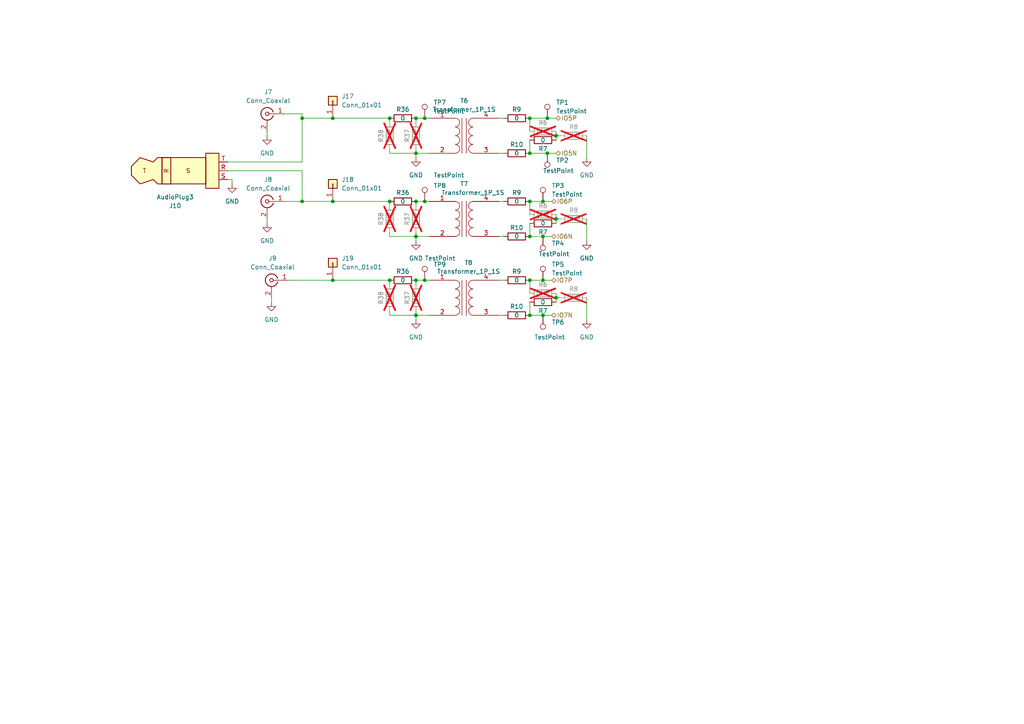
<source format=kicad_sch>
(kicad_sch (version 20230121) (generator eeschema)
  (paper "A4")
  (lib_symbols
    (symbol "Connector:Conn_Coaxial" (pin_names (offset 1.016) hide)
      (property "Reference" "J" (at 0.254 3.048 0))
      (property "Value" "Conn_Coaxial" (at 2.921 0 90))
      (symbol "Conn_Coaxial_0_1"
        (arc (start -1.778 -0.508) (mid 0.2311 -1.8066) (end 1.778 0) (stroke (width 0.254)))
        (polyline (pts (xy -2.54 0) (xy -0.508 0)))
        (polyline (pts (xy 0 -2.54) (xy 0 -1.778)))
        (circle (center 0 0) (radius 0.508) (stroke (width 0.2032)))
        (arc (start 1.778 0) (mid 0.2099 1.8101) (end -1.778 0.508) (stroke (width 0.254)))
      )
      (symbol "Conn_Coaxial_1_1"
        (pin passive line (at -5.08 0 0) (length 2.54) (name "In") (number "1"))
        (pin passive line (at 0 -5.08 90) (length 2.54) (name "Ext") (number "2"))
      )
    )
    (symbol "Connector:TestPoint" (pin_numbers hide) (pin_names (offset 0.762) hide)
      (property "Reference" "TP" (at 0 6.858 0))
      (property "Value" "TestPoint" (at 0 5.08 0))
      (symbol "TestPoint_0_1"
        (circle (center 0 3.302) (radius 0.762))
      )
      (symbol "TestPoint_1_1"
        (pin passive line (at 0 0 90) (length 2.54) (name "1") (number "1"))
      )
    )
    (symbol "Connector_Audio:AudioPlug3"
      (property "Reference" "J" (at 1.27 6.35 0))
      (property "Value" "AudioPlug3" (at 1.27 -6.35 0))
      (symbol "AudioPlug3_0_0"
        (text "R" (at -2.54 0 900) (effects (font (size 1.27 1.27))))
      )
      (symbol "AudioPlug3_0_1"
        (rectangle (start -3.81 3.81) (end -1.27 -3.81) (stroke (width 0.254)))
        (rectangle (start -1.27 -1.27) (end -1.27 -1.27))
      )
      (symbol "AudioPlug3_1_0"
        (text "S" (at 3.81 0 0) (effects (font (size 1.27 1.27))))
        (text "T" (at -8.89 0 0) (effects (font (size 1.27 1.27))))
      )
      (symbol "AudioPlug3_1_1"
        (rectangle (start -3.81 3.81) (end 8.89 -3.81) (stroke (width 0.254)) (fill (type background)))
        (polyline (pts (xy -3.81 3.81) (xy -5.08 3.81) (xy -6.35 2.54) (xy -10.16 3.81) (xy -12.7 1.27) (xy -12.7 -1.27) (xy -10.16 -3.81) (xy -6.35 -2.54) (xy -5.08 -3.81) (xy -3.81 -3.81) (xy -3.81 3.81)) (stroke (width 0.254)) (fill (type background)))
        (rectangle (start 12.7 5.08) (end 8.89 -5.08) (stroke (width 0.254)) (fill (type background)))
        (pin passive line (at 15.24 0 180) (length 2.54) (name "~") (number "R"))
        (pin passive line (at 15.24 2.54 180) (length 2.54) (name "~") (number "S"))
        (pin passive line (at 15.24 -2.54 180) (length 2.54) (name "~") (number "T"))
      )
    )
    (symbol "Connector_Generic:Conn_01x01" (pin_names (offset 1.016) hide)
      (property "Reference" "J" (at 0 2.54 0))
      (property "Value" "Conn_01x01" (at 0 -2.54 0))
      (symbol "Conn_01x01_1_1"
        (rectangle (start -1.27 0.127) (end 0 -0.127) (stroke (width 0.1524)))
        (rectangle (start -1.27 1.27) (end 1.27 -1.27) (stroke (width 0.254)) (fill (type background)))
        (pin passive line (at -5.08 0 0) (length 3.81) (name "Pin_1") (number "1"))
      )
    )
    (symbol "Device:R" (pin_numbers hide) (pin_names (offset 0))
      (property "Reference" "R" (at 2.032 0 90))
      (property "Value" "R" (at 0 0 90))
      (symbol "R_0_1"
        (rectangle (start -1.016 -2.54) (end 1.016 2.54) (stroke (width 0.254)))
      )
      (symbol "R_1_1"
        (pin passive line (at 0 3.81 270) (length 1.27) (name "~") (number "1"))
        (pin passive line (at 0 -3.81 90) (length 1.27) (name "~") (number "2"))
      )
    )
    (symbol "Device:Transformer_1P_1S" (pin_names (offset 1.016) hide)
      (property "Reference" "T" (at 0 6.35 0))
      (property "Value" "Transformer_1P_1S" (at 0 -7.62 0))
      (symbol "Transformer_1P_1S_0_1"
        (arc (start -2.54 -5.0546) (mid -1.6599 -4.6901) (end -1.27 -3.81))
        (arc (start -2.54 -2.5146) (mid -1.6599 -2.1501) (end -1.27 -1.27))
        (arc (start -2.54 0.0254) (mid -1.6599 0.3899) (end -1.27 1.27))
        (arc (start -2.54 2.5654) (mid -1.6599 2.9299) (end -1.27 3.81))
        (arc (start -1.27 -3.81) (mid -1.642 -2.912) (end -2.54 -2.54))
        (arc (start -1.27 -1.27) (mid -1.642 -0.372) (end -2.54 0))
        (arc (start -1.27 1.27) (mid -1.642 2.168) (end -2.54 2.54))
        (arc (start -1.27 3.81) (mid -1.642 4.708) (end -2.54 5.08))
        (polyline (pts (xy -0.635 5.08) (xy -0.635 -5.08)))
        (polyline (pts (xy 0.635 -5.08) (xy 0.635 5.08)))
        (arc (start 1.2954 -1.27) (mid 1.6599 -2.1501) (end 2.54 -2.5146))
        (arc (start 1.2954 1.27) (mid 1.6599 0.3899) (end 2.54 0.0254))
        (arc (start 1.2954 3.81) (mid 1.6599 2.9299) (end 2.54 2.5654))
        (arc (start 1.3208 -3.81) (mid 1.6853 -4.6901) (end 2.5654 -5.0546))
        (arc (start 2.54 0) (mid 1.642 -0.372) (end 1.2954 -1.27))
        (arc (start 2.54 2.54) (mid 1.642 2.168) (end 1.2954 1.27))
        (arc (start 2.54 5.08) (mid 1.642 4.708) (end 1.2954 3.81))
        (arc (start 2.5654 -2.54) (mid 1.6674 -2.912) (end 1.3208 -3.81))
      )
      (symbol "Transformer_1P_1S_1_1"
        (pin passive line (at -10.16 5.08 0) (length 7.62) (name "AA") (number "1"))
        (pin passive line (at -10.16 -5.08 0) (length 7.62) (name "AB") (number "2"))
        (pin passive line (at 10.16 -5.08 180) (length 7.62) (name "SA") (number "3"))
        (pin passive line (at 10.16 5.08 180) (length 7.62) (name "SB") (number "4"))
      )
    )
    (symbol "power:GND" (power) (pin_names (offset 0))
      (property "Value" "GND" (at 0 -3.81 0))
      (symbol "GND_0_1"
        (polyline (pts (xy 0 0) (xy 0 -1.27) (xy 1.27 -1.27) (xy 0 -2.54) (xy -1.27 -1.27) (xy 0 -1.27)))
      )
      (symbol "GND_1_1"
        (pin power_in line (at 0 0 270) (length 0) hide (name "GND") (number "1"))
      )
    )
  )
  (junction (at 96.52 58.42))
  (junction (at 161.29 86.36))
  (junction (at 153.67 91.44))
  (junction (at 157.48 58.42))
  (junction (at 158.75 34.29))
  (junction (at 87.63 34.29))
  (junction (at 161.29 63.5))
  (junction (at 123.19 34.29))
  (junction (at 153.67 58.42))
  (junction (at 96.52 81.28))
  (junction (at 120.65 91.44))
  (junction (at 120.65 81.28))
  (junction (at 113.03 34.29))
  (junction (at 123.19 58.42))
  (junction (at 120.65 68.58))
  (junction (at 153.67 34.29))
  (junction (at 123.19 81.28))
  (junction (at 161.29 39.37))
  (junction (at 153.67 68.58))
  (junction (at 157.48 81.28))
  (junction (at 153.67 81.28))
  (junction (at 157.48 68.58))
  (junction (at 120.65 44.45))
  (junction (at 96.52 34.29))
  (junction (at 120.65 58.42))
  (junction (at 113.03 58.42))
  (junction (at 120.65 34.29))
  (junction (at 157.48 91.44))
  (junction (at 87.63 58.42))
  (junction (at 153.67 44.45))
  (junction (at 113.03 81.28))
  (junction (at 158.75 44.45))
  (wire (pts (xy 120.65 68.58) (xy 124.46 68.58)))
  (wire (pts (xy 82.55 58.42) (xy 87.63 58.42)))
  (wire (pts (xy 120.65 91.44) (xy 124.46 91.44)))
  (wire (pts (xy 87.63 46.99) (xy 87.63 34.29)))
  (wire (pts (xy 144.78 58.42) (xy 146.05 58.42)))
  (wire (pts (xy 87.63 33.02) (xy 82.55 33.02)))
  (wire (pts (xy 161.29 85.09) (xy 161.29 86.36)))
  (wire (pts (xy 77.47 64.77) (xy 77.47 63.5)))
  (wire (pts (xy 123.19 58.42) (xy 124.46 58.42)))
  (wire (pts (xy 120.65 34.29) (xy 123.19 34.29)))
  (wire (pts (xy 153.67 44.45) (xy 158.75 44.45)))
  (wire (pts (xy 153.67 44.45) (xy 153.67 40.64)))
  (wire (pts (xy 153.67 81.28) (xy 157.48 81.28)))
  (wire (pts (xy 96.52 58.42) (xy 113.03 58.42)))
  (wire (pts (xy 144.78 44.45) (xy 146.05 44.45)))
  (wire (pts (xy 87.63 49.53) (xy 87.63 58.42)))
  (wire (pts (xy 83.82 81.28) (xy 96.52 81.28)))
  (wire (pts (xy 158.75 34.29) (xy 161.29 34.29)))
  (wire (pts (xy 153.67 34.29) (xy 153.67 38.1)))
  (wire (pts (xy 153.67 34.29) (xy 158.75 34.29)))
  (wire (pts (xy 120.65 58.42) (xy 123.19 58.42)))
  (wire (pts (xy 161.29 63.5) (xy 161.29 64.77)))
  (wire (pts (xy 123.19 34.29) (xy 124.46 34.29)))
  (wire (pts (xy 161.29 86.36) (xy 162.56 86.36)))
  (wire (pts (xy 153.67 58.42) (xy 153.67 62.23)))
  (wire (pts (xy 120.65 67.31) (xy 120.65 68.58)))
  (wire (pts (xy 170.18 63.5) (xy 170.18 69.85)))
  (wire (pts (xy 123.19 81.28) (xy 124.46 81.28)))
  (wire (pts (xy 161.29 62.23) (xy 161.29 63.5)))
  (wire (pts (xy 153.67 91.44) (xy 153.67 87.63)))
  (wire (pts (xy 153.67 91.44) (xy 157.48 91.44)))
  (wire (pts (xy 144.78 68.58) (xy 146.05 68.58)))
  (wire (pts (xy 161.29 39.37) (xy 162.56 39.37)))
  (wire (pts (xy 153.67 68.58) (xy 157.48 68.58)))
  (wire (pts (xy 157.48 91.44) (xy 160.02 91.44)))
  (wire (pts (xy 158.75 44.45) (xy 161.29 44.45)))
  (wire (pts (xy 120.65 69.85) (xy 120.65 68.58)))
  (wire (pts (xy 120.65 44.45) (xy 124.46 44.45)))
  (wire (pts (xy 153.67 58.42) (xy 157.48 58.42)))
  (wire (pts (xy 87.63 34.29) (xy 96.52 34.29)))
  (wire (pts (xy 78.74 87.63) (xy 78.74 86.36)))
  (wire (pts (xy 170.18 39.37) (xy 170.18 45.72)))
  (wire (pts (xy 113.03 58.42) (xy 113.03 59.69)))
  (wire (pts (xy 77.47 39.37) (xy 77.47 38.1)))
  (wire (pts (xy 153.67 68.58) (xy 153.67 64.77)))
  (wire (pts (xy 144.78 81.28) (xy 146.05 81.28)))
  (wire (pts (xy 120.65 34.29) (xy 120.65 35.56)))
  (wire (pts (xy 157.48 68.58) (xy 160.02 68.58)))
  (wire (pts (xy 113.03 81.28) (xy 113.03 82.55)))
  (wire (pts (xy 113.03 44.45) (xy 120.65 44.45)))
  (wire (pts (xy 113.03 34.29) (xy 113.03 35.56)))
  (wire (pts (xy 157.48 81.28) (xy 160.02 81.28)))
  (wire (pts (xy 113.03 68.58) (xy 120.65 68.58)))
  (wire (pts (xy 66.04 49.53) (xy 87.63 49.53)))
  (wire (pts (xy 96.52 34.29) (xy 113.03 34.29)))
  (wire (pts (xy 170.18 86.36) (xy 170.18 92.71)))
  (wire (pts (xy 161.29 63.5) (xy 162.56 63.5)))
  (wire (pts (xy 120.65 90.17) (xy 120.65 91.44)))
  (wire (pts (xy 153.67 81.28) (xy 153.67 85.09)))
  (wire (pts (xy 120.65 45.72) (xy 120.65 44.45)))
  (wire (pts (xy 120.65 92.71) (xy 120.65 91.44)))
  (wire (pts (xy 144.78 91.44) (xy 146.05 91.44)))
  (wire (pts (xy 113.03 43.18) (xy 113.03 44.45)))
  (wire (pts (xy 120.65 81.28) (xy 123.19 81.28)))
  (wire (pts (xy 161.29 38.1) (xy 161.29 39.37)))
  (wire (pts (xy 66.04 46.99) (xy 87.63 46.99)))
  (wire (pts (xy 120.65 58.42) (xy 120.65 59.69)))
  (wire (pts (xy 144.78 34.29) (xy 146.05 34.29)))
  (wire (pts (xy 120.65 43.18) (xy 120.65 44.45)))
  (wire (pts (xy 161.29 39.37) (xy 161.29 40.64)))
  (wire (pts (xy 113.03 91.44) (xy 120.65 91.44)))
  (wire (pts (xy 66.04 52.07) (xy 67.31 52.07)))
  (wire (pts (xy 96.52 81.28) (xy 113.03 81.28)))
  (wire (pts (xy 113.03 67.31) (xy 113.03 68.58)))
  (wire (pts (xy 67.31 53.34) (xy 67.31 52.07)))
  (wire (pts (xy 87.63 58.42) (xy 96.52 58.42)))
  (wire (pts (xy 161.29 86.36) (xy 161.29 87.63)))
  (wire (pts (xy 120.65 81.28) (xy 120.65 82.55)))
  (wire (pts (xy 157.48 58.42) (xy 160.02 58.42)))
  (wire (pts (xy 87.63 34.29) (xy 87.63 33.02)))
  (wire (pts (xy 113.03 90.17) (xy 113.03 91.44)))
  (hierarchical_label "IO5P" (shape bidirectional) (at 161.29 34.29 0))
  (hierarchical_label "IO6P" (shape bidirectional) (at 160.02 58.42 0))
  (hierarchical_label "IO6N" (shape bidirectional) (at 160.02 68.58 0))
  (hierarchical_label "IO5N" (shape bidirectional) (at 161.29 44.45 0))
  (hierarchical_label "IO7N" (shape bidirectional) (at 160.02 91.44 0))
  (hierarchical_label "IO7P" (shape bidirectional) (at 160.02 81.28 0))
  (symbol (lib_id "Connector:TestPoint") (at 157.48 81.28 0) (unit 1)
    (property "Reference" "TP5" (at 160.02 76.708 0) (effects (justify left)))
    (property "Value" "TestPoint" (at 160.02 79.248 0) (effects (justify left)))
    (property "Footprint" "TestPoint:TestPoint_Pad_D1.0mm" (effects hide))
  )
  (symbol (lib_id "Connector:TestPoint") (at 157.48 58.42 0) (unit 1)
    (property "Reference" "TP3" (at 160.02 53.848 0) (effects (justify left)))
    (property "Value" "TestPoint" (at 160.02 56.388 0) (effects (justify left)))
    (property "Footprint" "TestPoint:TestPoint_Pad_D1.0mm" (effects hide))
  )
  (symbol (lib_id "Connector_Generic:Conn_01x01") (at 96.52 53.34 90) (unit 1)
    (property "Reference" "J18" (at 99.06 52.07 90) (effects (justify right)))
    (property "Value" "Conn_01x01" (at 99.06 54.61 90) (effects (justify right)))
    (property "Footprint" "Connector_PinSocket_2.54mm:PinSocket_1x01_P2.54mm_Vertical" (effects hide))
  )
  (symbol (lib_id "Connector_Audio:AudioPlug3") (at 50.8 49.53 0) (mirror x) (unit 1)
    (property "Reference" "J10" (at 50.8 59.69 0))
    (property "Value" "AudioPlug3" (at 50.8 57.15 0))
    (property "Footprint" "Connector_Audio:Jack_3.5mm_CUI_SJ1-3523N_Horizontal" (effects hide))
  )
  (symbol (lib_id "Connector:TestPoint") (at 123.19 58.42 0) (unit 1)
    (property "Reference" "TP8" (at 125.73 53.848 0) (effects (justify left)))
    (property "Value" "TestPoint" (at 125.73 50.8 0) (effects (justify left)))
    (property "Footprint" "TestPoint:TestPoint_Pad_D1.0mm" (effects hide))
  )
  (symbol (lib_id "Device:R") (at 149.86 68.58 90) (unit 1)
    (property "Reference" "R10" (at 149.86 66.04 90))
    (property "Value" "0" (at 149.86 68.58 90))
    (property "Footprint" "Resistor_SMD:R_0603_1608Metric_Pad0.98x0.95mm_HandSolder" (effects hide))
    (instances (project "fpaa_esp32_badge" (path "" (reference "R10") (unit 1)) (path "" (reference "R45") (unit 1))))
  )
  (symbol (lib_id "power:GND") (at 120.65 92.71 0) (unit 1)
    (property "Reference" "#PWR083" (effects hide))
    (property "Value" "GND" (at 120.65 97.79 0))
    (instances (project "fpaa_esp32_badge" (path "" (reference "#PWR083") (unit 1)) (path "" (reference "#PWR033") (unit 1)) (path "" (reference "#PWR027") (unit 1)) (path "" (reference "#PWR038") (unit 1))))
  )
  (symbol (lib_id "power:GND") (at 120.65 45.72 0) (unit 1)
    (property "Reference" "#PWR083" (effects hide))
    (property "Value" "GND" (at 120.65 50.8 0))
    (instances (project "fpaa_esp32_badge" (path "" (reference "#PWR083") (unit 1)) (path "" (reference "#PWR033") (unit 1)) (path "" (reference "#PWR027") (unit 1)) (path "" (reference "#PWR036") (unit 1))))
  )
  (symbol (lib_id "Connector:TestPoint") (at 157.48 68.58 180) (unit 1)
    (property "Reference" "TP4" (at 160.02 70.612 0) (effects (justify right)))
    (property "Value" "TestPoint" (at 156.21 73.66 0) (effects (justify right)))
    (property "Footprint" "TestPoint:TestPoint_Pad_D1.0mm" (effects hide))
  )
  (symbol (lib_id "power:GND") (at 170.18 69.85 0) (unit 1)
    (property "Reference" "#PWR083" (effects hide))
    (property "Value" "GND" (at 170.18 74.93 0))
    (instances (project "fpaa_esp32_badge" (path "" (reference "#PWR083") (unit 1)) (path "" (reference "#PWR033") (unit 1)) (path "" (reference "#PWR027") (unit 1)) (path "" (reference "#PWR048") (unit 1))))
  )
  (symbol (lib_id "Device:Transformer_1P_1S") (at 134.62 63.5 0) (unit 1)
    (property "Reference" "T7" (at 134.6327 53.34 0))
    (property "Value" "Transformer_1P_1S" (at 137.16 55.88 0))
    (property "Footprint" "Transformer_THT:Transformer_NF_ETAL_1-1_P1200" (effects hide))
    (instances (project "fpaa_esp32_badge" (path "" (reference "T7") (unit 1)) (path "" (reference "T10") (unit 1))))
  )
  (symbol (lib_id "Device:R") (at 149.86 81.28 90) (unit 1)
    (property "Reference" "R9" (at 149.86 78.74 90))
    (property "Value" "0" (at 149.86 81.28 90))
    (property "Footprint" "Resistor_SMD:R_0603_1608Metric_Pad0.98x0.95mm_HandSolder" (effects hide))
    (instances (project "fpaa_esp32_badge" (path "" (reference "R9") (unit 1)) (path "" (reference "R49") (unit 1))))
  )
  (symbol (lib_id "Connector:Conn_Coaxial") (at 77.47 58.42 0) (mirror y) (unit 1)
    (property "Reference" "J8" (at 77.7874 52.07 0))
    (property "Value" "Conn_Coaxial" (at 77.7874 54.61 0))
    (property "Footprint" "Connector_Coaxial:BNC_Molex_SD-73131-024_Horizontal" (effects hide))
    (property "Datasheet" " ~" (effects hide))
  )
  (symbol (lib_id "Device:R") (at 149.86 58.42 90) (unit 1)
    (property "Reference" "R9" (at 149.86 55.88 90))
    (property "Value" "0" (at 149.86 58.42 90))
    (property "Footprint" "Resistor_SMD:R_0603_1608Metric_Pad0.98x0.95mm_HandSolder" (effects hide))
    (instances (project "fpaa_esp32_badge" (path "" (reference "R9") (unit 1)) (path "" (reference "R44") (unit 1))))
  )
  (symbol (lib_id "Device:R") (at 166.37 86.36 90) (unit 1) (dnp yes)
    (property "Reference" "R8" (at 166.37 83.82 90))
    (property "Value" "DNP" (at 166.37 86.36 90))
    (property "Footprint" "Resistor_SMD:R_0603_1608Metric_Pad0.98x0.95mm_HandSolder" (effects hide))
    (instances (project "fpaa_esp32_badge" (path "" (reference "R8") (unit 1)) (path "" (reference "R53") (unit 1))))
  )
  (symbol (lib_id "Device:R") (at 149.86 91.44 90) (unit 1)
    (property "Reference" "R10" (at 149.86 88.9 90))
    (property "Value" "0" (at 149.86 91.44 90))
    (property "Footprint" "Resistor_SMD:R_0603_1608Metric_Pad0.98x0.95mm_HandSolder" (effects hide))
    (instances (project "fpaa_esp32_badge" (path "" (reference "R10") (unit 1)) (path "" (reference "R50") (unit 1))))
  )
  (symbol (lib_id "Connector_Generic:Conn_01x01") (at 96.52 29.21 90) (unit 1)
    (property "Reference" "J17" (at 99.06 27.94 90) (effects (justify right)))
    (property "Value" "Conn_01x01" (at 99.06 30.48 90) (effects (justify right)))
    (property "Footprint" "Connector_PinSocket_2.54mm:PinSocket_1x01_P2.54mm_Vertical" (effects hide))
  )
  (symbol (lib_id "power:GND") (at 78.74 87.63 0) (unit 1)
    (property "Reference" "#PWR083" (effects hide))
    (property "Value" "GND" (at 78.74 92.71 0))
    (instances (project "fpaa_esp32_badge" (path "" (reference "#PWR083") (unit 1)) (path "" (reference "#PWR033") (unit 1)) (path "" (reference "#PWR027") (unit 1)) (path "" (reference "#PWR039") (unit 1))))
  )
  (symbol (lib_id "Device:R") (at 149.86 44.45 90) (unit 1)
    (property "Reference" "R10" (at 149.86 41.91 90))
    (property "Value" "0" (at 149.86 44.45 90))
    (property "Footprint" "Resistor_SMD:R_0603_1608Metric_Pad0.98x0.95mm_HandSolder" (effects hide))
    (instances (project "fpaa_esp32_badge" (path "" (reference "R10") (unit 1)) (path "" (reference "R40") (unit 1))))
  )
  (symbol (lib_id "Connector:TestPoint") (at 158.75 44.45 180) (unit 1)
    (property "Reference" "TP2" (at 161.29 46.482 0) (effects (justify right)))
    (property "Value" "TestPoint" (at 157.48 49.53 0) (effects (justify right)))
    (property "Footprint" "TestPoint:TestPoint_Pad_D1.0mm" (effects hide))
  )
  (symbol (lib_id "Device:R") (at 116.84 58.42 90) (unit 1)
    (property "Reference" "R36" (at 116.84 55.88 90))
    (property "Value" "0" (at 116.84 58.42 90))
    (property "Footprint" "Resistor_SMD:R_0603_1608Metric_Pad0.98x0.95mm_HandSolder" (effects hide))
    (instances (project "fpaa_esp32_badge" (path "" (reference "R36") (unit 1)) (path "" (reference "R58") (unit 1))))
  )
  (symbol (lib_id "Device:R") (at 113.03 39.37 180) (unit 1) (dnp yes)
    (property "Reference" "R38" (at 110.49 39.37 90))
    (property "Value" "DNP" (at 113.03 39.37 90))
    (property "Footprint" "Resistor_SMD:R_0603_1608Metric_Pad0.98x0.95mm_HandSolder" (effects hide))
    (instances (project "fpaa_esp32_badge" (path "" (reference "R38") (unit 1)) (path "" (reference "R54") (unit 1))))
  )
  (symbol (lib_id "Device:Transformer_1P_1S") (at 134.62 86.36 0) (unit 1)
    (property "Reference" "T8" (at 135.89 76.2 0))
    (property "Value" "Transformer_1P_1S" (at 135.89 78.74 0))
    (property "Footprint" "Transformer_THT:Transformer_NF_ETAL_1-1_P1200" (effects hide))
    (instances (project "fpaa_esp32_badge" (path "" (reference "T8") (unit 1)) (path "" (reference "T11") (unit 1))))
  )
  (symbol (lib_id "Device:R") (at 120.65 86.36 180) (unit 1) (dnp yes)
    (property "Reference" "R37" (at 118.11 86.36 90))
    (property "Value" "DNP" (at 120.65 86.36 90))
    (property "Footprint" "Resistor_SMD:R_0603_1608Metric_Pad0.98x0.95mm_HandSolder" (effects hide))
    (instances (project "fpaa_esp32_badge" (path "" (reference "R37") (unit 1)) (path "" (reference "R62") (unit 1))))
  )
  (symbol (lib_id "Device:R") (at 120.65 39.37 180) (unit 1) (dnp yes)
    (property "Reference" "R37" (at 118.11 39.37 90))
    (property "Value" "DNP" (at 120.65 39.37 90))
    (property "Footprint" "Resistor_SMD:R_0603_1608Metric_Pad0.98x0.95mm_HandSolder" (effects hide))
    (instances (project "fpaa_esp32_badge" (path "" (reference "R37") (unit 1)) (path "" (reference "R56") (unit 1))))
  )
  (symbol (lib_id "Connector_Generic:Conn_01x01") (at 96.52 76.2 90) (unit 1)
    (property "Reference" "J19" (at 99.06 74.93 90) (effects (justify right)))
    (property "Value" "Conn_01x01" (at 99.06 77.47 90) (effects (justify right)))
    (property "Footprint" "Connector_PinSocket_2.54mm:PinSocket_1x01_P2.54mm_Vertical" (effects hide))
  )
  (symbol (lib_id "Device:R") (at 166.37 39.37 90) (unit 1) (dnp yes)
    (property "Reference" "R8" (at 166.37 36.83 90))
    (property "Value" "DNP" (at 166.37 39.37 90))
    (property "Footprint" "Resistor_SMD:R_0603_1608Metric_Pad0.98x0.95mm_HandSolder" (effects hide))
    (instances (project "fpaa_esp32_badge" (path "" (reference "R8") (unit 1)) (path "" (reference "R43") (unit 1))))
  )
  (symbol (lib_id "Device:R") (at 120.65 63.5 180) (unit 1) (dnp yes)
    (property "Reference" "R37" (at 118.11 63.5 90))
    (property "Value" "DNP" (at 120.65 63.5 90))
    (property "Footprint" "Resistor_SMD:R_0603_1608Metric_Pad0.98x0.95mm_HandSolder" (effects hide))
    (instances (project "fpaa_esp32_badge" (path "" (reference "R37") (unit 1)) (path "" (reference "R59") (unit 1))))
  )
  (symbol (lib_id "power:GND") (at 170.18 45.72 0) (unit 1)
    (property "Reference" "#PWR083" (effects hide))
    (property "Value" "GND" (at 170.18 50.8 0))
    (instances (project "fpaa_esp32_badge" (path "" (reference "#PWR083") (unit 1)) (path "" (reference "#PWR033") (unit 1)) (path "" (reference "#PWR027") (unit 1)) (path "" (reference "#PWR047") (unit 1))))
  )
  (symbol (lib_id "Device:R") (at 116.84 81.28 90) (unit 1)
    (property "Reference" "R36" (at 116.84 78.74 90))
    (property "Value" "0" (at 116.84 81.28 90))
    (property "Footprint" "Resistor_SMD:R_0603_1608Metric_Pad0.98x0.95mm_HandSolder" (effects hide))
    (instances (project "fpaa_esp32_badge" (path "" (reference "R36") (unit 1)) (path "" (reference "R61") (unit 1))))
  )
  (symbol (lib_id "Connector:TestPoint") (at 123.19 81.28 0) (unit 1)
    (property "Reference" "TP9" (at 125.73 76.708 0) (effects (justify left)))
    (property "Value" "TestPoint" (at 123.19 74.93 0) (effects (justify left)))
    (property "Footprint" "TestPoint:TestPoint_Pad_D1.0mm" (effects hide))
  )
  (symbol (lib_id "Device:R") (at 157.48 64.77 90) (unit 1)
    (property "Reference" "R7" (at 157.48 67.31 90))
    (property "Value" "0" (at 157.48 64.77 90))
    (property "Footprint" "Resistor_SMD:R_0603_1608Metric_Pad0.98x0.95mm_HandSolder" (effects hide))
    (instances (project "fpaa_esp32_badge" (path "" (reference "R7") (unit 1)) (path "" (reference "R47") (unit 1))))
  )
  (symbol (lib_id "Device:R") (at 157.48 87.63 90) (unit 1)
    (property "Reference" "R7" (at 157.48 90.17 90))
    (property "Value" "0" (at 157.48 87.63 90))
    (property "Footprint" "Resistor_SMD:R_0603_1608Metric_Pad0.98x0.95mm_HandSolder" (effects hide))
    (instances (project "fpaa_esp32_badge" (path "" (reference "R7") (unit 1)) (path "" (reference "R52") (unit 1))))
  )
  (symbol (lib_id "Connector:TestPoint") (at 158.75 34.29 0) (unit 1)
    (property "Reference" "TP1" (at 161.29 29.718 0) (effects (justify left)))
    (property "Value" "TestPoint" (at 161.29 32.258 0) (effects (justify left)))
    (property "Footprint" "TestPoint:TestPoint_Pad_D1.0mm" (effects hide))
  )
  (symbol (lib_id "Device:R") (at 157.48 38.1 90) (unit 1) (dnp yes)
    (property "Reference" "R6" (at 157.48 35.56 90))
    (property "Value" "DNP" (at 157.48 38.1 90))
    (property "Footprint" "Resistor_SMD:R_0603_1608Metric_Pad0.98x0.95mm_HandSolder" (effects hide))
    (instances (project "fpaa_esp32_badge" (path "" (reference "R6") (unit 1)) (path "" (reference "R41") (unit 1))))
  )
  (symbol (lib_id "Connector:TestPoint") (at 123.19 34.29 0) (unit 1)
    (property "Reference" "TP7" (at 125.73 29.718 0) (effects (justify left)))
    (property "Value" "TestPoint" (at 125.73 32.258 0) (effects (justify left)))
    (property "Footprint" "TestPoint:TestPoint_Pad_D1.0mm" (effects hide))
  )
  (symbol (lib_id "power:GND") (at 170.18 92.71 0) (unit 1)
    (property "Reference" "#PWR083" (effects hide))
    (property "Value" "GND" (at 170.18 97.79 0))
    (instances (project "fpaa_esp32_badge" (path "" (reference "#PWR083") (unit 1)) (path "" (reference "#PWR033") (unit 1)) (path "" (reference "#PWR027") (unit 1)) (path "" (reference "#PWR049") (unit 1))))
  )
  (symbol (lib_id "Connector:Conn_Coaxial") (at 77.47 33.02 0) (mirror y) (unit 1)
    (property "Reference" "J7" (at 77.7874 26.67 0))
    (property "Value" "Conn_Coaxial" (at 77.7874 29.21 0))
    (property "Footprint" "Connector_Coaxial:BNC_TEConnectivity_1478035_Horizontal" (effects hide))
    (property "Datasheet" " ~" (effects hide))
  )
  (symbol (lib_id "Device:R") (at 166.37 63.5 90) (unit 1) (dnp yes)
    (property "Reference" "R8" (at 166.37 60.96 90))
    (property "Value" "DNP" (at 166.37 63.5 90))
    (property "Footprint" "Resistor_SMD:R_0603_1608Metric_Pad0.98x0.95mm_HandSolder" (effects hide))
    (instances (project "fpaa_esp32_badge" (path "" (reference "R8") (unit 1)) (path "" (reference "R48") (unit 1))))
  )
  (symbol (lib_id "Device:R") (at 157.48 85.09 90) (unit 1) (dnp yes)
    (property "Reference" "R6" (at 157.48 82.55 90))
    (property "Value" "DNP" (at 157.48 85.09 90))
    (property "Footprint" "Resistor_SMD:R_0603_1608Metric_Pad0.98x0.95mm_HandSolder" (effects hide))
    (instances (project "fpaa_esp32_badge" (path "" (reference "R6") (unit 1)) (path "" (reference "R51") (unit 1))))
  )
  (symbol (lib_id "Connector:TestPoint") (at 157.48 91.44 180) (unit 1)
    (property "Reference" "TP6" (at 160.02 93.472 0) (effects (justify right)))
    (property "Value" "TestPoint" (at 154.94 97.79 0) (effects (justify right)))
    (property "Footprint" "TestPoint:TestPoint_Pad_D1.0mm" (effects hide))
  )
  (symbol (lib_id "Device:R") (at 116.84 34.29 90) (unit 1)
    (property "Reference" "R36" (at 116.84 31.75 90))
    (property "Value" "0" (at 116.84 34.29 90))
    (property "Footprint" "Resistor_SMD:R_0603_1608Metric_Pad0.98x0.95mm_HandSolder" (effects hide))
    (instances (project "fpaa_esp32_badge" (path "" (reference "R36") (unit 1)) (path "" (reference "R55") (unit 1))))
  )
  (symbol (lib_id "Connector:Conn_Coaxial") (at 78.74 81.28 0) (mirror y) (unit 1)
    (property "Reference" "J9" (at 79.0574 74.93 0))
    (property "Value" "Conn_Coaxial" (at 79.0574 77.47 0))
    (property "Footprint" "Connector_Coaxial:BNC_TEConnectivity_1478035_Horizontal" (effects hide))
    (property "Datasheet" " ~" (effects hide))
  )
  (symbol (lib_id "Device:R") (at 157.48 62.23 90) (unit 1) (dnp yes)
    (property "Reference" "R6" (at 157.48 59.69 90))
    (property "Value" "DNP" (at 157.48 62.23 90))
    (property "Footprint" "Resistor_SMD:R_0603_1608Metric_Pad0.98x0.95mm_HandSolder" (effects hide))
    (instances (project "fpaa_esp32_badge" (path "" (reference "R6") (unit 1)) (path "" (reference "R46") (unit 1))))
  )
  (symbol (lib_id "power:GND") (at 77.47 39.37 0) (unit 1)
    (property "Reference" "#PWR083" (effects hide))
    (property "Value" "GND" (at 77.47 44.45 0))
    (instances (project "fpaa_esp32_badge" (path "" (reference "#PWR083") (unit 1)) (path "" (reference "#PWR033") (unit 1)) (path "" (reference "#PWR027") (unit 1)) (path "" (reference "#PWR041") (unit 1))))
  )
  (symbol (lib_id "Device:R") (at 113.03 86.36 180) (unit 1) (dnp yes)
    (property "Reference" "R38" (at 110.49 86.36 90))
    (property "Value" "DNP" (at 113.03 86.36 90))
    (property "Footprint" "Resistor_SMD:R_0603_1608Metric_Pad0.98x0.95mm_HandSolder" (effects hide))
    (instances (project "fpaa_esp32_badge" (path "" (reference "R38") (unit 1)) (path "" (reference "R60") (unit 1))))
  )
  (symbol (lib_id "power:GND") (at 77.47 64.77 0) (unit 1)
    (property "Reference" "#PWR083" (effects hide))
    (property "Value" "GND" (at 77.47 69.85 0))
    (instances (project "fpaa_esp32_badge" (path "" (reference "#PWR083") (unit 1)) (path "" (reference "#PWR033") (unit 1)) (path "" (reference "#PWR027") (unit 1)) (path "" (reference "#PWR040") (unit 1))))
  )
  (symbol (lib_id "Device:R") (at 113.03 63.5 180) (unit 1) (dnp yes)
    (property "Reference" "R38" (at 110.49 63.5 90))
    (property "Value" "DNP" (at 113.03 63.5 90))
    (property "Footprint" "Resistor_SMD:R_0603_1608Metric_Pad0.98x0.95mm_HandSolder" (effects hide))
    (instances (project "fpaa_esp32_badge" (path "" (reference "R38") (unit 1)) (path "" (reference "R57") (unit 1))))
  )
  (symbol (lib_id "Device:R") (at 149.86 34.29 90) (unit 1)
    (property "Reference" "R9" (at 149.86 31.75 90))
    (property "Value" "0" (at 149.86 34.29 90))
    (property "Footprint" "Resistor_SMD:R_0603_1608Metric_Pad0.98x0.95mm_HandSolder" (effects hide))
    (instances (project "fpaa_esp32_badge" (path "" (reference "R9") (unit 1)) (path "" (reference "R39") (unit 1))))
  )
  (symbol (lib_id "power:GND") (at 120.65 69.85 0) (unit 1)
    (property "Reference" "#PWR083" (effects hide))
    (property "Value" "GND" (at 120.65 74.93 0))
    (instances (project "fpaa_esp32_badge" (path "" (reference "#PWR083") (unit 1)) (path "" (reference "#PWR033") (unit 1)) (path "" (reference "#PWR027") (unit 1)) (path "" (reference "#PWR037") (unit 1))))
  )
  (symbol (lib_id "power:GND") (at 67.31 53.34 0) (unit 1)
    (property "Reference" "#PWR083" (effects hide))
    (property "Value" "GND" (at 67.31 58.42 0))
    (instances (project "fpaa_esp32_badge" (path "" (reference "#PWR083") (unit 1)) (path "" (reference "#PWR033") (unit 1)) (path "" (reference "#PWR027") (unit 1)) (path "" (reference "#PWR042") (unit 1))))
  )
  (symbol (lib_id "Device:Transformer_1P_1S") (at 134.62 39.37 0) (unit 1)
    (property "Reference" "T6" (at 134.6327 29.21 0))
    (property "Value" "Transformer_1P_1S" (at 134.6327 31.75 0))
    (property "Footprint" "Transformer_THT:Transformer_NF_ETAL_1-1_P1200" (effects hide))
    (instances (project "fpaa_esp32_badge" (path "" (reference "T6") (unit 1)) (path "" (reference "T9") (unit 1))))
  )
  (symbol (lib_id "Device:R") (at 157.48 40.64 90) (unit 1)
    (property "Reference" "R7" (at 157.48 43.18 90))
    (property "Value" "0" (at 157.48 40.64 90))
    (property "Footprint" "Resistor_SMD:R_0603_1608Metric_Pad0.98x0.95mm_HandSolder" (effects hide))
    (instances (project "fpaa_esp32_badge" (path "" (reference "R7") (unit 1)) (path "" (reference "R42") (unit 1))))
  )
)
</source>
